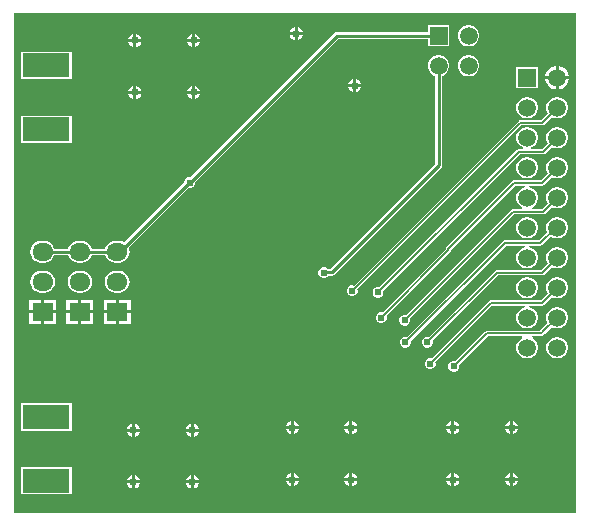
<source format=gbl>
G04*
G04 #@! TF.GenerationSoftware,Altium Limited,Altium Designer,21.9.2 (33)*
G04*
G04 Layer_Physical_Order=2*
G04 Layer_Color=16711680*
%FSLAX25Y25*%
%MOIN*%
G70*
G04*
G04 #@! TF.SameCoordinates,BDAA0F83-93E9-4538-AAC0-020DCC9D6774*
G04*
G04*
G04 #@! TF.FilePolarity,Positive*
G04*
G01*
G75*
%ADD10C,0.01000*%
%ADD13C,0.00600*%
%ADD16R,0.15748X0.07874*%
%ADD26R,0.05906X0.05906*%
%ADD27C,0.05906*%
%ADD28O,0.07000X0.06000*%
%ADD29R,0.07000X0.06000*%
%ADD30C,0.02400*%
G36*
X397300Y113700D02*
X210000D01*
Y280600D01*
X397300D01*
Y113700D01*
D02*
G37*
%LPC*%
G36*
X355053Y276553D02*
X347947D01*
Y274121D01*
X317600D01*
X317600Y274122D01*
X317171Y274036D01*
X316807Y273793D01*
X316807Y273793D01*
X268714Y225700D01*
X268142D01*
X267480Y225426D01*
X266974Y224920D01*
X266700Y224258D01*
Y223986D01*
X246740Y204026D01*
X246715Y204045D01*
X245840Y204407D01*
X244900Y204531D01*
X243900D01*
X242960Y204407D01*
X242085Y204045D01*
X241333Y203468D01*
X240755Y202715D01*
X240468Y202022D01*
X235882D01*
X235595Y202715D01*
X235017Y203468D01*
X234265Y204045D01*
X233390Y204407D01*
X232450Y204531D01*
X231450D01*
X230510Y204407D01*
X229634Y204045D01*
X228883Y203468D01*
X228305Y202715D01*
X228018Y202022D01*
X223432D01*
X223145Y202715D01*
X222568Y203468D01*
X221815Y204045D01*
X220940Y204407D01*
X220000Y204531D01*
X219000D01*
X218060Y204407D01*
X217184Y204045D01*
X216432Y203468D01*
X215855Y202715D01*
X215493Y201840D01*
X215369Y200900D01*
X215493Y199960D01*
X215855Y199084D01*
X216432Y198332D01*
X217184Y197755D01*
X218060Y197393D01*
X219000Y197269D01*
X220000D01*
X220940Y197393D01*
X221815Y197755D01*
X222568Y198332D01*
X223145Y199084D01*
X223432Y199778D01*
X228018D01*
X228305Y199084D01*
X228883Y198332D01*
X229634Y197755D01*
X230510Y197393D01*
X231450Y197269D01*
X232450D01*
X233390Y197393D01*
X234265Y197755D01*
X235017Y198332D01*
X235595Y199084D01*
X235882Y199778D01*
X240468D01*
X240755Y199084D01*
X241333Y198332D01*
X242085Y197755D01*
X242960Y197393D01*
X243900Y197269D01*
X244900D01*
X245840Y197393D01*
X246715Y197755D01*
X247467Y198332D01*
X248045Y199084D01*
X248407Y199960D01*
X248531Y200900D01*
X248407Y201840D01*
X248208Y202322D01*
X268032Y222146D01*
X268142Y222100D01*
X268858D01*
X269520Y222374D01*
X270026Y222880D01*
X270300Y223542D01*
Y224114D01*
X318065Y271879D01*
X347947D01*
Y269447D01*
X355053D01*
Y276553D01*
D02*
G37*
G36*
X304500Y275774D02*
Y274100D01*
X306174D01*
X305865Y274846D01*
X305246Y275465D01*
X304500Y275774D01*
D02*
G37*
G36*
X303500D02*
X302754Y275465D01*
X302135Y274846D01*
X301826Y274100D01*
X303500D01*
Y275774D01*
D02*
G37*
G36*
X270400Y273574D02*
Y271900D01*
X272074D01*
X271765Y272646D01*
X271146Y273265D01*
X270400Y273574D01*
D02*
G37*
G36*
X269400D02*
X268654Y273265D01*
X268035Y272646D01*
X267726Y271900D01*
X269400D01*
Y273574D01*
D02*
G37*
G36*
X250800D02*
Y271900D01*
X252474D01*
X252165Y272646D01*
X251546Y273265D01*
X250800Y273574D01*
D02*
G37*
G36*
X249800D02*
X249054Y273265D01*
X248435Y272646D01*
X248126Y271900D01*
X249800D01*
Y273574D01*
D02*
G37*
G36*
X306174Y273100D02*
X304500D01*
Y271426D01*
X305246Y271735D01*
X305865Y272354D01*
X306174Y273100D01*
D02*
G37*
G36*
X303500D02*
X301826D01*
X302135Y272354D01*
X302754Y271735D01*
X303500Y271426D01*
Y273100D01*
D02*
G37*
G36*
X361968Y276553D02*
X361032D01*
X360129Y276311D01*
X359319Y275843D01*
X358657Y275181D01*
X358189Y274371D01*
X357947Y273468D01*
Y272532D01*
X358189Y271629D01*
X358657Y270819D01*
X359319Y270157D01*
X360129Y269689D01*
X361032Y269447D01*
X361968D01*
X362871Y269689D01*
X363681Y270157D01*
X364343Y270819D01*
X364811Y271629D01*
X365053Y272532D01*
Y273468D01*
X364811Y274371D01*
X364343Y275181D01*
X363681Y275843D01*
X362871Y276311D01*
X361968Y276553D01*
D02*
G37*
G36*
X272074Y270900D02*
X270400D01*
Y269226D01*
X271146Y269535D01*
X271765Y270154D01*
X272074Y270900D01*
D02*
G37*
G36*
X269400D02*
X267726D01*
X268035Y270154D01*
X268654Y269535D01*
X269400Y269226D01*
Y270900D01*
D02*
G37*
G36*
X252474D02*
X250800D01*
Y269226D01*
X251546Y269535D01*
X252165Y270154D01*
X252474Y270900D01*
D02*
G37*
G36*
X249800D02*
X248126D01*
X248435Y270154D01*
X249054Y269535D01*
X249800Y269226D01*
Y270900D01*
D02*
G37*
G36*
X391520Y262953D02*
X391500D01*
Y259500D01*
X394953D01*
Y259520D01*
X394683Y260526D01*
X394163Y261427D01*
X393427Y262163D01*
X392526Y262683D01*
X391520Y262953D01*
D02*
G37*
G36*
X390500D02*
X390480D01*
X389474Y262683D01*
X388573Y262163D01*
X387837Y261427D01*
X387317Y260526D01*
X387047Y259520D01*
Y259500D01*
X390500D01*
Y262953D01*
D02*
G37*
G36*
X361968Y266553D02*
X361032D01*
X360129Y266311D01*
X359319Y265843D01*
X358657Y265181D01*
X358189Y264371D01*
X357947Y263468D01*
Y262532D01*
X358189Y261629D01*
X358657Y260819D01*
X359319Y260157D01*
X360129Y259689D01*
X361032Y259447D01*
X361968D01*
X362871Y259689D01*
X363681Y260157D01*
X364343Y260819D01*
X364811Y261629D01*
X365053Y262532D01*
Y263468D01*
X364811Y264371D01*
X364343Y265181D01*
X363681Y265843D01*
X362871Y266311D01*
X361968Y266553D01*
D02*
G37*
G36*
X229174Y267567D02*
X212226D01*
Y258493D01*
X229174D01*
Y267567D01*
D02*
G37*
G36*
X324100Y258474D02*
Y256800D01*
X325774D01*
X325465Y257546D01*
X324846Y258165D01*
X324100Y258474D01*
D02*
G37*
G36*
X323100D02*
X322354Y258165D01*
X321735Y257546D01*
X321426Y256800D01*
X323100D01*
Y258474D01*
D02*
G37*
G36*
X384553Y262553D02*
X377447D01*
Y255447D01*
X384553D01*
Y262553D01*
D02*
G37*
G36*
X394953Y258500D02*
X391500D01*
Y255047D01*
X391520D01*
X392526Y255317D01*
X393427Y255837D01*
X394163Y256573D01*
X394683Y257474D01*
X394953Y258480D01*
Y258500D01*
D02*
G37*
G36*
X390500D02*
X387047D01*
Y258480D01*
X387317Y257474D01*
X387837Y256573D01*
X388573Y255837D01*
X389474Y255317D01*
X390480Y255047D01*
X390500D01*
Y258500D01*
D02*
G37*
G36*
X270400Y256274D02*
Y254600D01*
X272074D01*
X271765Y255346D01*
X271146Y255965D01*
X270400Y256274D01*
D02*
G37*
G36*
X269400D02*
X268654Y255965D01*
X268035Y255346D01*
X267726Y254600D01*
X269400D01*
Y256274D01*
D02*
G37*
G36*
X250800D02*
Y254600D01*
X252474D01*
X252165Y255346D01*
X251546Y255965D01*
X250800Y256274D01*
D02*
G37*
G36*
X249800D02*
X249054Y255965D01*
X248435Y255346D01*
X248126Y254600D01*
X249800D01*
Y256274D01*
D02*
G37*
G36*
X325774Y255800D02*
X324100D01*
Y254126D01*
X324846Y254435D01*
X325465Y255054D01*
X325774Y255800D01*
D02*
G37*
G36*
X323100D02*
X321426D01*
X321735Y255054D01*
X322354Y254435D01*
X323100Y254126D01*
Y255800D01*
D02*
G37*
G36*
X272074Y253600D02*
X270400D01*
Y251926D01*
X271146Y252235D01*
X271765Y252854D01*
X272074Y253600D01*
D02*
G37*
G36*
X269400D02*
X267726D01*
X268035Y252854D01*
X268654Y252235D01*
X269400Y251926D01*
Y253600D01*
D02*
G37*
G36*
X252474D02*
X250800D01*
Y251926D01*
X251546Y252235D01*
X252165Y252854D01*
X252474Y253600D01*
D02*
G37*
G36*
X249800D02*
X248126D01*
X248435Y252854D01*
X249054Y252235D01*
X249800Y251926D01*
Y253600D01*
D02*
G37*
G36*
X391468Y252553D02*
X390532D01*
X389629Y252311D01*
X388819Y251843D01*
X388157Y251181D01*
X387689Y250371D01*
X387447Y249468D01*
Y248532D01*
X387689Y247629D01*
X387924Y247222D01*
X385620Y244918D01*
X378800D01*
X378449Y244848D01*
X378151Y244649D01*
X323160Y189658D01*
X323058Y189700D01*
X322342D01*
X321680Y189426D01*
X321174Y188920D01*
X320900Y188258D01*
Y187542D01*
X321174Y186880D01*
X321680Y186374D01*
X322342Y186100D01*
X323058D01*
X323720Y186374D01*
X324226Y186880D01*
X324500Y187542D01*
Y188258D01*
X324458Y188360D01*
X379180Y243082D01*
X386000D01*
X386351Y243152D01*
X386649Y243351D01*
X389222Y245924D01*
X389629Y245689D01*
X390532Y245447D01*
X391468D01*
X392371Y245689D01*
X393181Y246157D01*
X393843Y246819D01*
X394311Y247629D01*
X394553Y248532D01*
Y249468D01*
X394311Y250371D01*
X393843Y251181D01*
X393181Y251843D01*
X392371Y252311D01*
X391468Y252553D01*
D02*
G37*
G36*
X381468D02*
X380532D01*
X379629Y252311D01*
X378819Y251843D01*
X378157Y251181D01*
X377689Y250371D01*
X377447Y249468D01*
Y248532D01*
X377689Y247629D01*
X378157Y246819D01*
X378819Y246157D01*
X379629Y245689D01*
X380532Y245447D01*
X381468D01*
X382371Y245689D01*
X383181Y246157D01*
X383843Y246819D01*
X384311Y247629D01*
X384553Y248532D01*
Y249468D01*
X384311Y250371D01*
X383843Y251181D01*
X383181Y251843D01*
X382371Y252311D01*
X381468Y252553D01*
D02*
G37*
G36*
X229174Y246307D02*
X212226D01*
Y237233D01*
X229174D01*
Y246307D01*
D02*
G37*
G36*
X381468Y242553D02*
X380532D01*
X379629Y242311D01*
X378819Y241843D01*
X378157Y241181D01*
X377689Y240371D01*
X377447Y239468D01*
Y238532D01*
X377689Y237629D01*
X378157Y236819D01*
X378819Y236157D01*
X379596Y235708D01*
X379610Y235661D01*
X379374Y235208D01*
X378190D01*
X377839Y235138D01*
X377541Y234939D01*
X331760Y189158D01*
X331658Y189200D01*
X330942D01*
X330280Y188926D01*
X329774Y188420D01*
X329500Y187758D01*
Y187042D01*
X329774Y186380D01*
X330280Y185874D01*
X330942Y185600D01*
X331658D01*
X332320Y185874D01*
X332826Y186380D01*
X333100Y187042D01*
Y187758D01*
X333058Y187860D01*
X378570Y233373D01*
X386290D01*
X386642Y233443D01*
X386939Y233642D01*
X389222Y235924D01*
X389629Y235689D01*
X390532Y235447D01*
X391468D01*
X392371Y235689D01*
X393181Y236157D01*
X393843Y236819D01*
X394311Y237629D01*
X394553Y238532D01*
Y239468D01*
X394311Y240371D01*
X393843Y241181D01*
X393181Y241843D01*
X392371Y242311D01*
X391468Y242553D01*
X390532D01*
X389629Y242311D01*
X388819Y241843D01*
X388157Y241181D01*
X387689Y240371D01*
X387447Y239468D01*
Y238532D01*
X387689Y237629D01*
X387924Y237222D01*
X385910Y235208D01*
X382626D01*
X382389Y235661D01*
X382403Y235708D01*
X383181Y236157D01*
X383843Y236819D01*
X384311Y237629D01*
X384553Y238532D01*
Y239468D01*
X384311Y240371D01*
X383843Y241181D01*
X383181Y241843D01*
X382371Y242311D01*
X381468Y242553D01*
D02*
G37*
G36*
X391468Y232553D02*
X390532D01*
X389629Y232311D01*
X388819Y231843D01*
X388157Y231181D01*
X387689Y230371D01*
X387447Y229468D01*
Y228532D01*
X387689Y227629D01*
X387924Y227222D01*
X385520Y224818D01*
X376800D01*
X376449Y224748D01*
X376151Y224549D01*
X354123Y202521D01*
X353924Y202223D01*
X353855Y201872D01*
Y201752D01*
X332860Y180758D01*
X332758Y180800D01*
X332042D01*
X331380Y180526D01*
X330874Y180020D01*
X330600Y179358D01*
Y178642D01*
X330874Y177980D01*
X331380Y177474D01*
X332042Y177200D01*
X332758D01*
X333420Y177474D01*
X333926Y177980D01*
X334200Y178642D01*
Y179358D01*
X334158Y179460D01*
X355421Y200723D01*
X355620Y201021D01*
X355690Y201372D01*
Y201492D01*
X377180Y222982D01*
X380204D01*
X380270Y222482D01*
X379629Y222311D01*
X378819Y221843D01*
X378157Y221181D01*
X377689Y220371D01*
X377447Y219468D01*
Y218532D01*
X377689Y217629D01*
X378157Y216819D01*
X378819Y216157D01*
X379177Y215950D01*
X379341Y215283D01*
X379299Y215218D01*
X376400D01*
X376049Y215148D01*
X375751Y214949D01*
X340660Y179858D01*
X340558Y179900D01*
X339842D01*
X339180Y179626D01*
X338674Y179120D01*
X338400Y178458D01*
Y177742D01*
X338674Y177080D01*
X339180Y176574D01*
X339842Y176300D01*
X340558D01*
X341220Y176574D01*
X341726Y177080D01*
X342000Y177742D01*
Y178458D01*
X341958Y178560D01*
X376780Y213382D01*
X386300D01*
X386651Y213452D01*
X386949Y213651D01*
X389222Y215924D01*
X389629Y215689D01*
X390532Y215447D01*
X391468D01*
X392371Y215689D01*
X393181Y216157D01*
X393843Y216819D01*
X394311Y217629D01*
X394553Y218532D01*
Y219468D01*
X394311Y220371D01*
X393843Y221181D01*
X393181Y221843D01*
X392371Y222311D01*
X391468Y222553D01*
X390532D01*
X389629Y222311D01*
X388819Y221843D01*
X388157Y221181D01*
X387689Y220371D01*
X387447Y219468D01*
Y218532D01*
X387689Y217629D01*
X387924Y217222D01*
X385920Y215218D01*
X382700D01*
X382659Y215283D01*
X382823Y215950D01*
X383181Y216157D01*
X383843Y216819D01*
X384311Y217629D01*
X384553Y218532D01*
Y219468D01*
X384311Y220371D01*
X383843Y221181D01*
X383181Y221843D01*
X382371Y222311D01*
X381730Y222482D01*
X381796Y222982D01*
X385900D01*
X386251Y223052D01*
X386549Y223251D01*
X389222Y225924D01*
X389629Y225689D01*
X390532Y225447D01*
X391468D01*
X392371Y225689D01*
X393181Y226157D01*
X393843Y226819D01*
X394311Y227629D01*
X394553Y228532D01*
Y229468D01*
X394311Y230371D01*
X393843Y231181D01*
X393181Y231843D01*
X392371Y232311D01*
X391468Y232553D01*
D02*
G37*
G36*
X381468D02*
X380532D01*
X379629Y232311D01*
X378819Y231843D01*
X378157Y231181D01*
X377689Y230371D01*
X377447Y229468D01*
Y228532D01*
X377689Y227629D01*
X378157Y226819D01*
X378819Y226157D01*
X379629Y225689D01*
X380532Y225447D01*
X381468D01*
X382371Y225689D01*
X383181Y226157D01*
X383843Y226819D01*
X384311Y227629D01*
X384553Y228532D01*
Y229468D01*
X384311Y230371D01*
X383843Y231181D01*
X383181Y231843D01*
X382371Y232311D01*
X381468Y232553D01*
D02*
G37*
G36*
X391468Y212553D02*
X390532D01*
X389629Y212311D01*
X388819Y211843D01*
X388157Y211181D01*
X387689Y210371D01*
X387447Y209468D01*
Y208532D01*
X387689Y207629D01*
X387741Y207539D01*
X385020Y204818D01*
X373500D01*
X373149Y204748D01*
X372851Y204549D01*
X340860Y172558D01*
X340758Y172600D01*
X340042D01*
X339380Y172326D01*
X338874Y171820D01*
X338600Y171158D01*
Y170442D01*
X338874Y169780D01*
X339380Y169274D01*
X340042Y169000D01*
X340758D01*
X341420Y169274D01*
X341926Y169780D01*
X342200Y170442D01*
Y171158D01*
X342158Y171260D01*
X373880Y202982D01*
X380204D01*
X380270Y202482D01*
X379629Y202311D01*
X378819Y201843D01*
X378157Y201181D01*
X377689Y200371D01*
X377447Y199468D01*
Y198532D01*
X377689Y197629D01*
X378157Y196819D01*
X378819Y196157D01*
X379629Y195689D01*
X380532Y195447D01*
X381468D01*
X382371Y195689D01*
X383181Y196157D01*
X383843Y196819D01*
X384311Y197629D01*
X384553Y198532D01*
Y199468D01*
X384311Y200371D01*
X383843Y201181D01*
X383181Y201843D01*
X382371Y202311D01*
X381730Y202482D01*
X381796Y202982D01*
X385400D01*
X385751Y203052D01*
X386049Y203251D01*
X388905Y206107D01*
X389629Y205689D01*
X390532Y205447D01*
X391468D01*
X392371Y205689D01*
X393181Y206157D01*
X393843Y206819D01*
X394311Y207629D01*
X394553Y208532D01*
Y209468D01*
X394311Y210371D01*
X393843Y211181D01*
X393181Y211843D01*
X392371Y212311D01*
X391468Y212553D01*
D02*
G37*
G36*
X381468D02*
X380532D01*
X379629Y212311D01*
X378819Y211843D01*
X378157Y211181D01*
X377689Y210371D01*
X377447Y209468D01*
Y208532D01*
X377689Y207629D01*
X378157Y206819D01*
X378819Y206157D01*
X379629Y205689D01*
X380532Y205447D01*
X381468D01*
X382371Y205689D01*
X383181Y206157D01*
X383843Y206819D01*
X384311Y207629D01*
X384553Y208532D01*
Y209468D01*
X384311Y210371D01*
X383843Y211181D01*
X383181Y211843D01*
X382371Y212311D01*
X381468Y212553D01*
D02*
G37*
G36*
X391468Y202553D02*
X390532D01*
X389629Y202311D01*
X388819Y201843D01*
X388157Y201181D01*
X387689Y200371D01*
X387447Y199468D01*
Y198532D01*
X387689Y197629D01*
X387924Y197222D01*
X385620Y194918D01*
X370900D01*
X370549Y194848D01*
X370251Y194649D01*
X348160Y172558D01*
X348058Y172600D01*
X347342D01*
X346680Y172326D01*
X346174Y171820D01*
X345900Y171158D01*
Y170442D01*
X346174Y169780D01*
X346680Y169274D01*
X347342Y169000D01*
X348058D01*
X348720Y169274D01*
X349226Y169780D01*
X349500Y170442D01*
Y171158D01*
X349458Y171260D01*
X371280Y193082D01*
X386000D01*
X386351Y193152D01*
X386649Y193351D01*
X389222Y195924D01*
X389629Y195689D01*
X390532Y195447D01*
X391468D01*
X392371Y195689D01*
X393181Y196157D01*
X393843Y196819D01*
X394311Y197629D01*
X394553Y198532D01*
Y199468D01*
X394311Y200371D01*
X393843Y201181D01*
X393181Y201843D01*
X392371Y202311D01*
X391468Y202553D01*
D02*
G37*
G36*
X351968Y266553D02*
X351032D01*
X350129Y266311D01*
X349319Y265843D01*
X348657Y265181D01*
X348189Y264371D01*
X347947Y263468D01*
Y262532D01*
X348189Y261629D01*
X348657Y260819D01*
X349319Y260157D01*
X350129Y259689D01*
X350378Y259622D01*
Y230165D01*
X315435Y195222D01*
X314424D01*
X314220Y195426D01*
X313558Y195700D01*
X312842D01*
X312180Y195426D01*
X311674Y194920D01*
X311400Y194258D01*
Y193542D01*
X311674Y192880D01*
X312180Y192374D01*
X312842Y192100D01*
X313558D01*
X314220Y192374D01*
X314726Y192880D01*
X314767Y192978D01*
X315900D01*
X315900Y192978D01*
X316329Y193064D01*
X316693Y193307D01*
X352293Y228907D01*
X352293Y228907D01*
X352536Y229271D01*
X352622Y229700D01*
Y259622D01*
X352871Y259689D01*
X353681Y260157D01*
X354343Y260819D01*
X354811Y261629D01*
X355053Y262532D01*
Y263468D01*
X354811Y264371D01*
X354343Y265181D01*
X353681Y265843D01*
X352871Y266311D01*
X351968Y266553D01*
D02*
G37*
G36*
X244900Y194531D02*
X243900D01*
X242960Y194407D01*
X242085Y194045D01*
X241333Y193468D01*
X240755Y192716D01*
X240393Y191840D01*
X240269Y190900D01*
X240393Y189960D01*
X240755Y189084D01*
X241333Y188332D01*
X242085Y187755D01*
X242960Y187393D01*
X243900Y187269D01*
X244900D01*
X245840Y187393D01*
X246715Y187755D01*
X247467Y188332D01*
X248045Y189084D01*
X248407Y189960D01*
X248531Y190900D01*
X248407Y191840D01*
X248045Y192716D01*
X247467Y193468D01*
X246715Y194045D01*
X245840Y194407D01*
X244900Y194531D01*
D02*
G37*
G36*
X232450D02*
X231450D01*
X230510Y194407D01*
X229634Y194045D01*
X228883Y193468D01*
X228305Y192716D01*
X227943Y191840D01*
X227819Y190900D01*
X227943Y189960D01*
X228305Y189084D01*
X228883Y188332D01*
X229634Y187755D01*
X230510Y187393D01*
X231450Y187269D01*
X232450D01*
X233390Y187393D01*
X234265Y187755D01*
X235017Y188332D01*
X235595Y189084D01*
X235957Y189960D01*
X236081Y190900D01*
X235957Y191840D01*
X235595Y192716D01*
X235017Y193468D01*
X234265Y194045D01*
X233390Y194407D01*
X232450Y194531D01*
D02*
G37*
G36*
X220000D02*
X219000D01*
X218060Y194407D01*
X217184Y194045D01*
X216432Y193468D01*
X215855Y192716D01*
X215493Y191840D01*
X215369Y190900D01*
X215493Y189960D01*
X215855Y189084D01*
X216432Y188332D01*
X217184Y187755D01*
X218060Y187393D01*
X219000Y187269D01*
X220000D01*
X220940Y187393D01*
X221815Y187755D01*
X222568Y188332D01*
X223145Y189084D01*
X223507Y189960D01*
X223631Y190900D01*
X223507Y191840D01*
X223145Y192716D01*
X222568Y193468D01*
X221815Y194045D01*
X220940Y194407D01*
X220000Y194531D01*
D02*
G37*
G36*
X391468Y192553D02*
X390532D01*
X389629Y192311D01*
X388819Y191843D01*
X388157Y191181D01*
X387689Y190371D01*
X387447Y189468D01*
Y188532D01*
X387689Y187629D01*
X387924Y187222D01*
X385520Y184818D01*
X369000D01*
X368649Y184748D01*
X368351Y184549D01*
X349160Y165358D01*
X349058Y165400D01*
X348342D01*
X347680Y165126D01*
X347174Y164620D01*
X346900Y163958D01*
Y163242D01*
X347174Y162580D01*
X347680Y162074D01*
X348342Y161800D01*
X349058D01*
X349720Y162074D01*
X350226Y162580D01*
X350500Y163242D01*
Y163958D01*
X350458Y164060D01*
X369380Y182982D01*
X380204D01*
X380270Y182482D01*
X379629Y182311D01*
X378819Y181843D01*
X378157Y181181D01*
X377689Y180371D01*
X377447Y179468D01*
Y178532D01*
X377689Y177629D01*
X378157Y176819D01*
X378819Y176157D01*
X379629Y175689D01*
X380532Y175447D01*
X381468D01*
X382371Y175689D01*
X383181Y176157D01*
X383843Y176819D01*
X384311Y177629D01*
X384553Y178532D01*
Y179468D01*
X384311Y180371D01*
X383843Y181181D01*
X383181Y181843D01*
X382371Y182311D01*
X381730Y182482D01*
X381796Y182982D01*
X385900D01*
X386251Y183052D01*
X386549Y183251D01*
X389222Y185924D01*
X389629Y185689D01*
X390532Y185447D01*
X391468D01*
X392371Y185689D01*
X393181Y186157D01*
X393843Y186819D01*
X394311Y187629D01*
X394553Y188532D01*
Y189468D01*
X394311Y190371D01*
X393843Y191181D01*
X393181Y191843D01*
X392371Y192311D01*
X391468Y192553D01*
D02*
G37*
G36*
X381468D02*
X380532D01*
X379629Y192311D01*
X378819Y191843D01*
X378157Y191181D01*
X377689Y190371D01*
X377447Y189468D01*
Y188532D01*
X377689Y187629D01*
X378157Y186819D01*
X378819Y186157D01*
X379629Y185689D01*
X380532Y185447D01*
X381468D01*
X382371Y185689D01*
X383181Y186157D01*
X383843Y186819D01*
X384311Y187629D01*
X384553Y188532D01*
Y189468D01*
X384311Y190371D01*
X383843Y191181D01*
X383181Y191843D01*
X382371Y192311D01*
X381468Y192553D01*
D02*
G37*
G36*
X248900Y184900D02*
X244900D01*
Y181400D01*
X248900D01*
Y184900D01*
D02*
G37*
G36*
X236450D02*
X232450D01*
Y181400D01*
X236450D01*
Y184900D01*
D02*
G37*
G36*
X224000D02*
X220000D01*
Y181400D01*
X224000D01*
Y184900D01*
D02*
G37*
G36*
X243900D02*
X239900D01*
Y181400D01*
X243900D01*
Y184900D01*
D02*
G37*
G36*
X231450D02*
X227450D01*
Y181400D01*
X231450D01*
Y184900D01*
D02*
G37*
G36*
X219000D02*
X215000D01*
Y181400D01*
X219000D01*
Y184900D01*
D02*
G37*
G36*
X248900Y180400D02*
X244900D01*
Y176900D01*
X248900D01*
Y180400D01*
D02*
G37*
G36*
X243900D02*
X239900D01*
Y176900D01*
X243900D01*
Y180400D01*
D02*
G37*
G36*
X236450D02*
X232450D01*
Y176900D01*
X236450D01*
Y180400D01*
D02*
G37*
G36*
X231450D02*
X227450D01*
Y176900D01*
X231450D01*
Y180400D01*
D02*
G37*
G36*
X224000D02*
X220000D01*
Y176900D01*
X224000D01*
Y180400D01*
D02*
G37*
G36*
X219000D02*
X215000D01*
Y176900D01*
X219000D01*
Y180400D01*
D02*
G37*
G36*
X391468Y182553D02*
X390532D01*
X389629Y182311D01*
X388819Y181843D01*
X388157Y181181D01*
X387689Y180371D01*
X387447Y179468D01*
Y178532D01*
X387689Y177629D01*
X387924Y177222D01*
X385451Y174749D01*
X385364Y174618D01*
X367600D01*
X367249Y174548D01*
X366951Y174349D01*
X357060Y164458D01*
X356958Y164500D01*
X356242D01*
X355580Y164226D01*
X355074Y163720D01*
X354800Y163058D01*
Y162342D01*
X355074Y161680D01*
X355580Y161174D01*
X356242Y160900D01*
X356958D01*
X357620Y161174D01*
X358126Y161680D01*
X358400Y162342D01*
Y163058D01*
X358358Y163160D01*
X367980Y172782D01*
X379299D01*
X379341Y172717D01*
X379177Y172050D01*
X378819Y171843D01*
X378157Y171181D01*
X377689Y170371D01*
X377447Y169468D01*
Y168532D01*
X377689Y167629D01*
X378157Y166819D01*
X378819Y166157D01*
X379629Y165689D01*
X380532Y165447D01*
X381468D01*
X382371Y165689D01*
X383181Y166157D01*
X383843Y166819D01*
X384311Y167629D01*
X384553Y168532D01*
Y169468D01*
X384311Y170371D01*
X383843Y171181D01*
X383181Y171843D01*
X382823Y172050D01*
X382659Y172717D01*
X382700Y172782D01*
X385749D01*
X386100Y172852D01*
X386397Y173051D01*
X386749Y173403D01*
X386847Y173549D01*
X389222Y175924D01*
X389629Y175689D01*
X390532Y175447D01*
X391468D01*
X392371Y175689D01*
X393181Y176157D01*
X393843Y176819D01*
X394311Y177629D01*
X394553Y178532D01*
Y179468D01*
X394311Y180371D01*
X393843Y181181D01*
X393181Y181843D01*
X392371Y182311D01*
X391468Y182553D01*
D02*
G37*
G36*
Y172553D02*
X390532D01*
X389629Y172311D01*
X388819Y171843D01*
X388157Y171181D01*
X387689Y170371D01*
X387447Y169468D01*
Y168532D01*
X387689Y167629D01*
X388157Y166819D01*
X388819Y166157D01*
X389629Y165689D01*
X390532Y165447D01*
X391468D01*
X392371Y165689D01*
X393181Y166157D01*
X393843Y166819D01*
X394311Y167629D01*
X394553Y168532D01*
Y169468D01*
X394311Y170371D01*
X393843Y171181D01*
X393181Y171843D01*
X392371Y172311D01*
X391468Y172553D01*
D02*
G37*
G36*
X376400Y144474D02*
Y142800D01*
X378074D01*
X377765Y143546D01*
X377146Y144165D01*
X376400Y144474D01*
D02*
G37*
G36*
X375400D02*
X374654Y144165D01*
X374035Y143546D01*
X373726Y142800D01*
X375400D01*
Y144474D01*
D02*
G37*
G36*
X356800D02*
Y142800D01*
X358474D01*
X358165Y143546D01*
X357546Y144165D01*
X356800Y144474D01*
D02*
G37*
G36*
X355800D02*
X355054Y144165D01*
X354435Y143546D01*
X354126Y142800D01*
X355800D01*
Y144474D01*
D02*
G37*
G36*
X322800D02*
Y142800D01*
X324474D01*
X324165Y143546D01*
X323546Y144165D01*
X322800Y144474D01*
D02*
G37*
G36*
X321800D02*
X321054Y144165D01*
X320435Y143546D01*
X320126Y142800D01*
X321800D01*
Y144474D01*
D02*
G37*
G36*
X303200D02*
Y142800D01*
X304874D01*
X304565Y143546D01*
X303946Y144165D01*
X303200Y144474D01*
D02*
G37*
G36*
X302200D02*
X301454Y144165D01*
X300835Y143546D01*
X300526Y142800D01*
X302200D01*
Y144474D01*
D02*
G37*
G36*
X269900Y143674D02*
Y142000D01*
X271574D01*
X271265Y142746D01*
X270646Y143365D01*
X269900Y143674D01*
D02*
G37*
G36*
X268900D02*
X268154Y143365D01*
X267535Y142746D01*
X267226Y142000D01*
X268900D01*
Y143674D01*
D02*
G37*
G36*
X250300D02*
Y142000D01*
X251974D01*
X251665Y142746D01*
X251046Y143365D01*
X250300Y143674D01*
D02*
G37*
G36*
X249300D02*
X248554Y143365D01*
X247935Y142746D01*
X247626Y142000D01*
X249300D01*
Y143674D01*
D02*
G37*
G36*
X229174Y150367D02*
X212226D01*
Y141293D01*
X229174D01*
Y150367D01*
D02*
G37*
G36*
X378074Y141800D02*
X376400D01*
Y140126D01*
X377146Y140435D01*
X377765Y141054D01*
X378074Y141800D01*
D02*
G37*
G36*
X375400D02*
X373726D01*
X374035Y141054D01*
X374654Y140435D01*
X375400Y140126D01*
Y141800D01*
D02*
G37*
G36*
X358474D02*
X356800D01*
Y140126D01*
X357546Y140435D01*
X358165Y141054D01*
X358474Y141800D01*
D02*
G37*
G36*
X355800D02*
X354126D01*
X354435Y141054D01*
X355054Y140435D01*
X355800Y140126D01*
Y141800D01*
D02*
G37*
G36*
X324474D02*
X322800D01*
Y140126D01*
X323546Y140435D01*
X324165Y141054D01*
X324474Y141800D01*
D02*
G37*
G36*
X321800D02*
X320126D01*
X320435Y141054D01*
X321054Y140435D01*
X321800Y140126D01*
Y141800D01*
D02*
G37*
G36*
X304874D02*
X303200D01*
Y140126D01*
X303946Y140435D01*
X304565Y141054D01*
X304874Y141800D01*
D02*
G37*
G36*
X302200D02*
X300526D01*
X300835Y141054D01*
X301454Y140435D01*
X302200Y140126D01*
Y141800D01*
D02*
G37*
G36*
X271574Y141000D02*
X269900D01*
Y139326D01*
X270646Y139635D01*
X271265Y140254D01*
X271574Y141000D01*
D02*
G37*
G36*
X268900D02*
X267226D01*
X267535Y140254D01*
X268154Y139635D01*
X268900Y139326D01*
Y141000D01*
D02*
G37*
G36*
X251974D02*
X250300D01*
Y139326D01*
X251046Y139635D01*
X251665Y140254D01*
X251974Y141000D01*
D02*
G37*
G36*
X249300D02*
X247626D01*
X247935Y140254D01*
X248554Y139635D01*
X249300Y139326D01*
Y141000D01*
D02*
G37*
G36*
X376400Y127174D02*
Y125500D01*
X378074D01*
X377765Y126246D01*
X377146Y126865D01*
X376400Y127174D01*
D02*
G37*
G36*
X375400D02*
X374654Y126865D01*
X374035Y126246D01*
X373726Y125500D01*
X375400D01*
Y127174D01*
D02*
G37*
G36*
X356800D02*
Y125500D01*
X358474D01*
X358165Y126246D01*
X357546Y126865D01*
X356800Y127174D01*
D02*
G37*
G36*
X355800D02*
X355054Y126865D01*
X354435Y126246D01*
X354126Y125500D01*
X355800D01*
Y127174D01*
D02*
G37*
G36*
X322800D02*
Y125500D01*
X324474D01*
X324165Y126246D01*
X323546Y126865D01*
X322800Y127174D01*
D02*
G37*
G36*
X321800D02*
X321054Y126865D01*
X320435Y126246D01*
X320126Y125500D01*
X321800D01*
Y127174D01*
D02*
G37*
G36*
X303200D02*
Y125500D01*
X304874D01*
X304565Y126246D01*
X303946Y126865D01*
X303200Y127174D01*
D02*
G37*
G36*
X302200D02*
X301454Y126865D01*
X300835Y126246D01*
X300526Y125500D01*
X302200D01*
Y127174D01*
D02*
G37*
G36*
X269900Y126374D02*
Y124700D01*
X271574D01*
X271265Y125446D01*
X270646Y126065D01*
X269900Y126374D01*
D02*
G37*
G36*
X268900D02*
X268154Y126065D01*
X267535Y125446D01*
X267226Y124700D01*
X268900D01*
Y126374D01*
D02*
G37*
G36*
X250300D02*
Y124700D01*
X251974D01*
X251665Y125446D01*
X251046Y126065D01*
X250300Y126374D01*
D02*
G37*
G36*
X249300D02*
X248554Y126065D01*
X247935Y125446D01*
X247626Y124700D01*
X249300D01*
Y126374D01*
D02*
G37*
G36*
X378074Y124500D02*
X376400D01*
Y122826D01*
X377146Y123135D01*
X377765Y123754D01*
X378074Y124500D01*
D02*
G37*
G36*
X375400D02*
X373726D01*
X374035Y123754D01*
X374654Y123135D01*
X375400Y122826D01*
Y124500D01*
D02*
G37*
G36*
X358474D02*
X356800D01*
Y122826D01*
X357546Y123135D01*
X358165Y123754D01*
X358474Y124500D01*
D02*
G37*
G36*
X355800D02*
X354126D01*
X354435Y123754D01*
X355054Y123135D01*
X355800Y122826D01*
Y124500D01*
D02*
G37*
G36*
X324474D02*
X322800D01*
Y122826D01*
X323546Y123135D01*
X324165Y123754D01*
X324474Y124500D01*
D02*
G37*
G36*
X321800D02*
X320126D01*
X320435Y123754D01*
X321054Y123135D01*
X321800Y122826D01*
Y124500D01*
D02*
G37*
G36*
X304874D02*
X303200D01*
Y122826D01*
X303946Y123135D01*
X304565Y123754D01*
X304874Y124500D01*
D02*
G37*
G36*
X302200D02*
X300526D01*
X300835Y123754D01*
X301454Y123135D01*
X302200Y122826D01*
Y124500D01*
D02*
G37*
G36*
X271574Y123700D02*
X269900D01*
Y122026D01*
X270646Y122335D01*
X271265Y122954D01*
X271574Y123700D01*
D02*
G37*
G36*
X268900D02*
X267226D01*
X267535Y122954D01*
X268154Y122335D01*
X268900Y122026D01*
Y123700D01*
D02*
G37*
G36*
X251974D02*
X250300D01*
Y122026D01*
X251046Y122335D01*
X251665Y122954D01*
X251974Y123700D01*
D02*
G37*
G36*
X249300D02*
X247626D01*
X247935Y122954D01*
X248554Y122335D01*
X249300Y122026D01*
Y123700D01*
D02*
G37*
G36*
X229174Y129107D02*
X212226D01*
Y120033D01*
X229174D01*
Y129107D01*
D02*
G37*
%LPD*%
D10*
X268500Y223900D02*
X317600Y273000D01*
X351500D01*
X231950Y200900D02*
X245200D01*
X268200Y223900D01*
X268500D01*
X219500Y200900D02*
X231950D01*
X315900Y194100D02*
X351500Y229700D01*
X313400Y194100D02*
X315900D01*
X313200Y193900D02*
X313400Y194100D01*
X351500Y229700D02*
Y263000D01*
D13*
X322700Y187900D02*
X378800Y244000D01*
X386000D01*
X378190Y234290D02*
X386290D01*
X331300Y187400D02*
X378190Y234290D01*
X356600Y162700D02*
X367600Y173700D01*
X385749D01*
X370900Y194000D02*
X386000D01*
X347700Y170800D02*
X370900Y194000D01*
X340400Y170800D02*
X373500Y203900D01*
X385400D01*
X376400Y214300D02*
X386300D01*
X340200Y178100D02*
X376400Y214300D01*
X354772Y201872D02*
X376800Y223900D01*
X354772Y201372D02*
Y201872D01*
X332400Y179000D02*
X354772Y201372D01*
X376800Y223900D02*
X385900D01*
X386290Y234290D02*
X391000Y239000D01*
X386000Y244000D02*
X391000Y249000D01*
X369000Y183900D02*
X385900D01*
X348700Y163600D02*
X369000Y183900D01*
X386100Y174051D02*
Y174100D01*
X385749Y173700D02*
X386100Y174051D01*
Y174100D02*
X391000Y179000D01*
X385900Y183900D02*
X391000Y189000D01*
X386000Y194000D02*
X391000Y199000D01*
X385400Y203900D02*
X390500Y209000D01*
X391000D01*
X386300Y214300D02*
X391000Y219000D01*
X385900Y223900D02*
X391000Y229000D01*
D16*
X220700Y145830D02*
D03*
X220700Y124570D02*
D03*
Y263030D02*
D03*
X220700Y241770D02*
D03*
D26*
X381000Y259000D02*
D03*
X351500Y273000D02*
D03*
D27*
X391000Y259000D02*
D03*
X381000Y249000D02*
D03*
X391000D02*
D03*
X381000Y239000D02*
D03*
X391000Y239000D02*
D03*
X381000Y229000D02*
D03*
X391000D02*
D03*
X381000Y219000D02*
D03*
X391000D02*
D03*
X381000Y209000D02*
D03*
X391000D02*
D03*
X381000Y199000D02*
D03*
X391000Y199000D02*
D03*
X381000Y189000D02*
D03*
X391000D02*
D03*
X381000Y179000D02*
D03*
X391000D02*
D03*
X381000Y169000D02*
D03*
X391000D02*
D03*
X361500Y273000D02*
D03*
X351500Y263000D02*
D03*
X361500D02*
D03*
D28*
X219500Y200900D02*
D03*
Y190900D02*
D03*
X231950Y200900D02*
D03*
Y190900D02*
D03*
X244400Y200900D02*
D03*
Y190900D02*
D03*
D29*
X219500Y180900D02*
D03*
X231950D02*
D03*
X244400D02*
D03*
D30*
X304000Y273600D02*
D03*
X323600Y256300D02*
D03*
X302700Y142300D02*
D03*
Y125000D02*
D03*
X322300Y142300D02*
D03*
Y125000D02*
D03*
X356300Y142300D02*
D03*
Y125000D02*
D03*
X375900Y142300D02*
D03*
Y125000D02*
D03*
X249800Y141500D02*
D03*
Y124200D02*
D03*
X269400Y141500D02*
D03*
Y124200D02*
D03*
X269900Y254100D02*
D03*
Y271400D02*
D03*
X250300Y254100D02*
D03*
Y271400D02*
D03*
X268500Y223900D02*
D03*
X313200Y193900D02*
D03*
X322700Y187900D02*
D03*
X331300Y187400D02*
D03*
X356600Y162700D02*
D03*
X347700Y170800D02*
D03*
X340400D02*
D03*
X340200Y178100D02*
D03*
X332400Y179000D02*
D03*
X348700Y163600D02*
D03*
M02*

</source>
